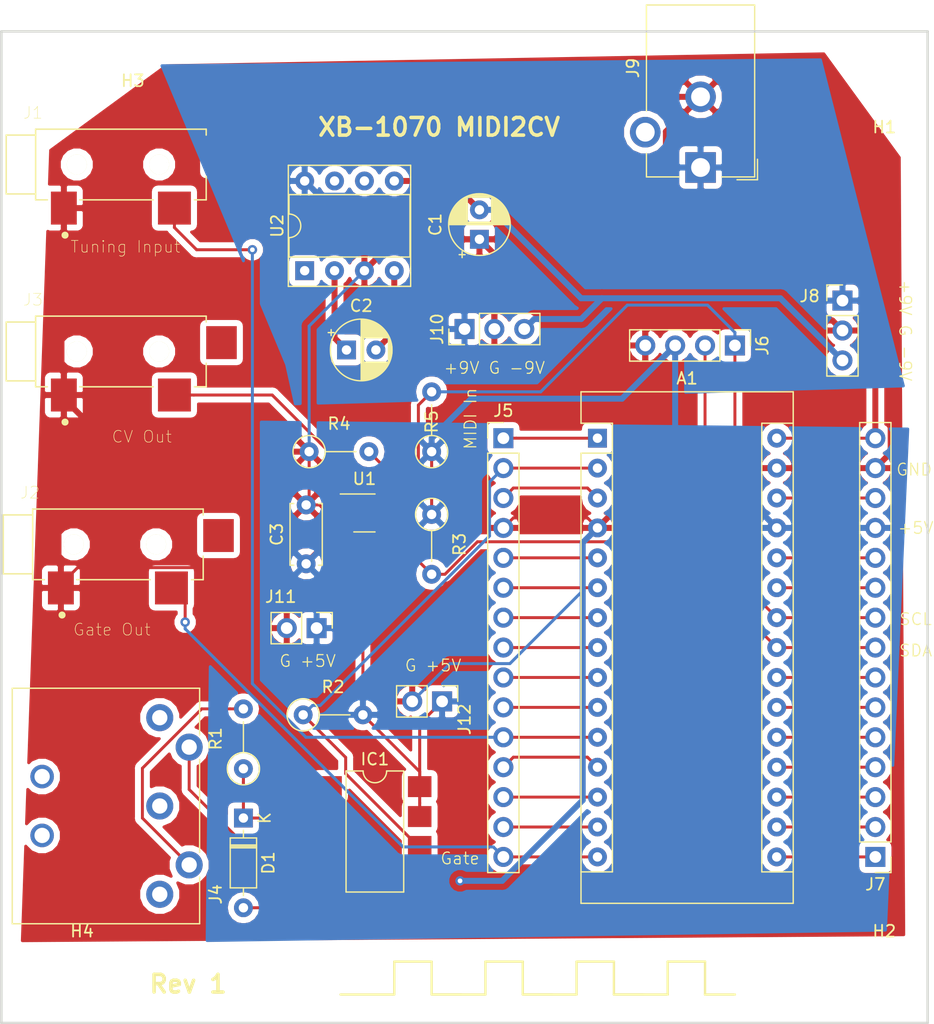
<source format=kicad_pcb>
(kicad_pcb (version 20171130) (host pcbnew "(5.0.1)-rc2")
  (layers (0 F.Cu signal) (31 B.Cu signal) (34 B.Paste user) (35 F.Paste user) (36 B.SilkS user) (37 F.SilkS user) (38 B.Mask user) (39 F.Mask user) (44 Edge.Cuts user))
  (net 0 "")
  (net 1 "Net-(A1-Pad1)")
  (net 2 "Net-(A1-Pad17)")
  (net 3 Midi_In)
  (net 4 "Net-(A1-Pad18)")
  (net 5 "Net-(A1-Pad28)")
  (net 6 "Net-(A1-Pad19)")
  (net 7 GND)
  (net 8 "Net-(A1-Pad20)")
  (net 9 "Net-(A1-Pad5)")
  (net 10 "Net-(A1-Pad21)")
  (net 11 "Net-(A1-Pad6)")
  (net 12 "Net-(A1-Pad22)")
  (net 13 "Net-(A1-Pad7)")
  (net 14 SDA)
  (net 15 "Net-(A1-Pad8)")
  (net 16 SCL)
  (net 17 "Net-(A1-Pad9)")
  (net 18 "Net-(A1-Pad25)")
  (net 19 "Net-(A1-Pad10)")
  (net 20 "Net-(A1-Pad26)")
  (net 21 Tune_In)
  (net 22 +5V)
  (net 23 "Net-(A1-Pad12)")
  (net 24 "Net-(A1-Pad13)")
  (net 25 "Net-(A1-Pad14)")
  (net 26 +9V)
  (net 27 GateOut)
  (net 28 "Net-(A1-Pad16)")
  (net 29 -9V)
  (net 30 "Net-(C2-Pad2)")
  (net 31 "Net-(C2-Pad1)")
  (net 32 "Net-(D1-Pad1)")
  (net 33 "Net-(D1-Pad2)")
  (net 34 "Net-(J4-Pad4)")
  (net 35 "Net-(R4-Pad2)")
  (net 36 CV_Out)
  (net 37 "Net-(U2-Pad1)")
  (net 38 "Net-(U2-Pad6)")
  (net 39 "Net-(U2-Pad7)")
  (net 40 "Net-(J4-Pad2)")
  (net 41 "Net-(J4-Pad1)")
  (net 42 "Net-(J4-Pad3)")
  (net 43 "Net-(A1-Pad3)")
  (net 44 "Net-(J3-PadTN)")
  (net 45 "Net-(J1-PadTN)")
  (net 46 "Net-(J2-PadTN)")
  (module MountingHole:MountingHole_3.2mm_M3_ISO7380 (layer F.Cu) (at 200.787 123.825)
    (fp_text reference H2 (at 0 -3.85) (layer F.SilkS))
    (fp_text value MountingHole)
    (pad 1 np_thru_hole circle (at 0 0) (size 3.2 3.2) (drill 3.2) (layers *.Cu *.Mask))
  )
  (module MountingHole:MountingHole_3.2mm_M3_ISO7380 (layer F.Cu) (at 200.787 47.244)
    (fp_text reference H1 (at 0 4.445) (layer F.SilkS))
    (fp_text value MountingHole)
    (pad 1 np_thru_hole circle (at 0 0) (size 3.2 3.2) (drill 3.2) (layers *.Cu *.Mask))
  )
  (module MountingHole:MountingHole_3.2mm_M3_ISO7380 (layer F.Cu) (at 132.588 123.825)
    (fp_text reference H4 (at 0 -3.85) (layer F.SilkS))
    (fp_text value MountingHole)
    (pad 1 np_thru_hole circle (at 0 0) (size 3.2 3.2) (drill 3.2) (layers *.Cu *.Mask))
  )
  (module MountingHole:MountingHole_3.2mm_M3_ISO7380 (layer F.Cu) (at 132.588 47.244)
    (fp_text reference H3 (at 4.318 0.508) (layer F.SilkS))
    (fp_text value MountingHole)
    (pad 1 np_thru_hole circle (at 0 0) (size 3.2 3.2) (drill 3.2) (layers *.Cu *.Mask))
  )
  (module Connector_PinHeader_2.54mm:PinHeader_1x02_P2.54mm_Vertical (layer F.Cu) (at 163.195 100.457 270)
    (fp_text reference J12 (at 1.524 -1.905 270) (layer F.SilkS))
    (fp_text value "+5V Out")
    (pad 2 thru_hole oval (at 0 2.54 270) (size 1.7 1.7) (drill 1) (layers *.Cu *.Mask) (net 7 GND))
    (pad 1 thru_hole rect (at 0 0 270) (size 1.7 1.7) (drill 1) (layers *.Cu *.Mask) (net 22 +5V))
  )
  (module Connector_PinHeader_2.54mm:PinHeader_1x02_P2.54mm_Vertical (layer F.Cu) (at 152.527 94.234 270)
    (fp_text reference J11 (at -2.667 3.048) (layer F.SilkS))
    (fp_text value "+5V Out")
    (pad 1 thru_hole rect (at 0 0 270) (size 1.7 1.7) (drill 1) (layers *.Cu *.Mask) (net 22 +5V))
    (pad 2 thru_hole oval (at 0 2.54 270) (size 1.7 1.7) (drill 1) (layers *.Cu *.Mask) (net 7 GND))
  )
  (module Connector_PinHeader_2.54mm:PinHeader_1x03_P2.54mm_Vertical (layer F.Cu) (at 165.1 68.834 90)
    (fp_text reference J10 (at 0 -2.33 90) (layer F.SilkS))
    (fp_text value "+-9v Out")
    (pad 1 thru_hole rect (at 0 0 90) (size 1.7 1.7) (drill 1) (layers *.Cu *.Mask) (net 26 +9V))
    (pad 2 thru_hole oval (at 0 2.54 90) (size 1.7 1.7) (drill 1) (layers *.Cu *.Mask) (net 7 GND))
    (pad 3 thru_hole oval (at 0 5.08 90) (size 1.7 1.7) (drill 1) (layers *.Cu *.Mask) (net 29 -9V))
  )
  (module Connector_BarrelJack:BarrelJack_CUI_PJ-102AH_Horizontal (layer F.Cu) (at 185.166 55.118 180)
    (fp_text reference J9 (at 5.75 8.45 270) (layer F.SilkS))
    (fp_text value Jack-DC)
    (pad 1 thru_hole rect (at 0 0 180) (size 2.6 2.6) (drill 1.6) (layers *.Cu *.Mask) (net 26 +9V))
    (pad 2 thru_hole circle (at 0 6 180) (size 2.6 2.6) (drill 1.6) (layers *.Cu *.Mask) (net 7 GND))
    (pad 3 thru_hole circle (at 4.7 3 180) (size 2.6 2.6) (drill 1.6) (layers *.Cu *.Mask))
  )
  (module midi2cv:SDS-50J (layer F.Cu) (at 139.192 116.84 90)
    (fp_text reference J4 (at 0 4.75 90) (layer F.SilkS))
    (fp_text value DIN-5_180degree)
    (pad 5 thru_hole circle (at 12.5 2.5 90) (size 2.3 2.3) (drill 1.3) (layers *.Cu *.Mask) (net 33 "Net-(D1-Pad2)"))
    (pad "" thru_hole circle (at 5 -10 90) (size 2 2) (drill 1.3) (layers *.Cu *.Mask))
    (pad 3 thru_hole circle (at 15 0 90) (size 2.3 2.3) (drill 1.3) (layers *.Cu *.Mask) (net 42 "Net-(J4-Pad3)"))
    (pad 2 thru_hole circle (at 7.5 0 90) (size 2.3 2.3) (drill 1.3) (layers *.Cu *.Mask) (net 40 "Net-(J4-Pad2)"))
    (pad 1 thru_hole circle (at 0 0 90) (size 2.3 2.3) (drill 1.3) (layers *.Cu *.Mask) (net 41 "Net-(J4-Pad1)"))
    (pad 4 thru_hole circle (at 2.5 2.5 90) (size 2.3 2.3) (drill 1.3) (layers *.Cu *.Mask) (net 34 "Net-(J4-Pad4)"))
    (pad "" thru_hole circle (at 10 -10 90) (size 2 2) (drill 1.3) (layers *.Cu *.Mask))
  )
  (module Module:Arduino_Nano (layer F.Cu) (at 176.403 78.105)
    (fp_text reference A1 (at 7.62 -5.08) (layer F.SilkS))
    (fp_text value Arduino_Nano_v3.x)
    (pad 1 thru_hole rect (at 0 0) (size 1.6 1.6) (drill 0.8) (layers *.Cu *.Mask) (net 1 "Net-(A1-Pad1)"))
    (pad 17 thru_hole oval (at 15.24 33.02) (size 1.6 1.6) (drill 0.8) (layers *.Cu *.Mask) (net 2 "Net-(A1-Pad17)"))
    (pad 2 thru_hole oval (at 0 2.54) (size 1.6 1.6) (drill 0.8) (layers *.Cu *.Mask) (net 3 Midi_In))
    (pad 18 thru_hole oval (at 15.24 30.48) (size 1.6 1.6) (drill 0.8) (layers *.Cu *.Mask) (net 4 "Net-(A1-Pad18)"))
    (pad 3 thru_hole oval (at 0 5.08) (size 1.6 1.6) (drill 0.8) (layers *.Cu *.Mask) (net 43 "Net-(A1-Pad3)"))
    (pad 19 thru_hole oval (at 15.24 27.94) (size 1.6 1.6) (drill 0.8) (layers *.Cu *.Mask) (net 6 "Net-(A1-Pad19)"))
    (pad 4 thru_hole oval (at 0 7.62) (size 1.6 1.6) (drill 0.8) (layers *.Cu *.Mask) (net 7 GND))
    (pad 20 thru_hole oval (at 15.24 25.4) (size 1.6 1.6) (drill 0.8) (layers *.Cu *.Mask) (net 8 "Net-(A1-Pad20)"))
    (pad 5 thru_hole oval (at 0 10.16) (size 1.6 1.6) (drill 0.8) (layers *.Cu *.Mask) (net 9 "Net-(A1-Pad5)"))
    (pad 21 thru_hole oval (at 15.24 22.86) (size 1.6 1.6) (drill 0.8) (layers *.Cu *.Mask) (net 10 "Net-(A1-Pad21)"))
    (pad 6 thru_hole oval (at 0 12.7) (size 1.6 1.6) (drill 0.8) (layers *.Cu *.Mask) (net 11 "Net-(A1-Pad6)"))
    (pad 22 thru_hole oval (at 15.24 20.32) (size 1.6 1.6) (drill 0.8) (layers *.Cu *.Mask) (net 12 "Net-(A1-Pad22)"))
    (pad 7 thru_hole oval (at 0 15.24) (size 1.6 1.6) (drill 0.8) (layers *.Cu *.Mask) (net 13 "Net-(A1-Pad7)"))
    (pad 23 thru_hole oval (at 15.24 17.78) (size 1.6 1.6) (drill 0.8) (layers *.Cu *.Mask) (net 14 SDA))
    (pad 8 thru_hole oval (at 0 17.78) (size 1.6 1.6) (drill 0.8) (layers *.Cu *.Mask) (net 15 "Net-(A1-Pad8)"))
    (pad 24 thru_hole oval (at 15.24 15.24) (size 1.6 1.6) (drill 0.8) (layers *.Cu *.Mask) (net 16 SCL))
    (pad 9 thru_hole oval (at 0 20.32) (size 1.6 1.6) (drill 0.8) (layers *.Cu *.Mask) (net 17 "Net-(A1-Pad9)"))
    (pad 25 thru_hole oval (at 15.24 12.7) (size 1.6 1.6) (drill 0.8) (layers *.Cu *.Mask) (net 18 "Net-(A1-Pad25)"))
    (pad 10 thru_hole oval (at 0 22.86) (size 1.6 1.6) (drill 0.8) (layers *.Cu *.Mask) (net 19 "Net-(A1-Pad10)"))
    (pad 26 thru_hole oval (at 15.24 10.16) (size 1.6 1.6) (drill 0.8) (layers *.Cu *.Mask) (net 20 "Net-(A1-Pad26)"))
    (pad 11 thru_hole oval (at 0 25.4) (size 1.6 1.6) (drill 0.8) (layers *.Cu *.Mask) (net 21 Tune_In))
    (pad 27 thru_hole oval (at 15.24 7.62) (size 1.6 1.6) (drill 0.8) (layers *.Cu *.Mask) (net 22 +5V))
    (pad 12 thru_hole oval (at 0 27.94) (size 1.6 1.6) (drill 0.8) (layers *.Cu *.Mask) (net 23 "Net-(A1-Pad12)"))
    (pad 28 thru_hole oval (at 15.24 5.08) (size 1.6 1.6) (drill 0.8) (layers *.Cu *.Mask) (net 5 "Net-(A1-Pad28)"))
    (pad 13 thru_hole oval (at 0 30.48) (size 1.6 1.6) (drill 0.8) (layers *.Cu *.Mask) (net 24 "Net-(A1-Pad13)"))
    (pad 29 thru_hole oval (at 15.24 2.54) (size 1.6 1.6) (drill 0.8) (layers *.Cu *.Mask) (net 7 GND))
    (pad 14 thru_hole oval (at 0 33.02) (size 1.6 1.6) (drill 0.8) (layers *.Cu *.Mask) (net 25 "Net-(A1-Pad14)"))
    (pad 30 thru_hole oval (at 15.24 0) (size 1.6 1.6) (drill 0.8) (layers *.Cu *.Mask) (net 26 +9V))
    (pad 15 thru_hole oval (at 0 35.56) (size 1.6 1.6) (drill 0.8) (layers *.Cu *.Mask) (net 27 GateOut))
    (pad 16 thru_hole oval (at 15.24 35.56) (size 1.6 1.6) (drill 0.8) (layers *.Cu *.Mask) (net 28 "Net-(A1-Pad16)"))
  )
  (module Capacitor_THT:CP_Radial_D5.0mm_P2.50mm (layer F.Cu) (at 166.37 61.214 90)
    (fp_text reference C1 (at 1.25 -3.75 90) (layer F.SilkS))
    (fp_text value 10uF)
    (pad 1 thru_hole rect (at 0 0 90) (size 1.6 1.6) (drill 0.8) (layers *.Cu *.Mask) (net 7 GND))
    (pad 2 thru_hole circle (at 2.5 0 90) (size 1.6 1.6) (drill 0.8) (layers *.Cu *.Mask) (net 29 -9V))
  )
  (module Capacitor_THT:CP_Radial_D5.0mm_P2.50mm (layer F.Cu) (at 155.067 70.612)
    (fp_text reference C2 (at 1.25 -3.75) (layer F.SilkS))
    (fp_text value 10uF)
    (pad 2 thru_hole circle (at 2.5 0) (size 1.6 1.6) (drill 0.8) (layers *.Cu *.Mask) (net 30 "Net-(C2-Pad2)"))
    (pad 1 thru_hole rect (at 0 0) (size 1.6 1.6) (drill 0.8) (layers *.Cu *.Mask) (net 31 "Net-(C2-Pad1)"))
  )
  (module Capacitor_THT:C_Disc_D5.0mm_W2.5mm_P5.00mm (layer F.Cu) (at 151.638 88.773 90)
    (fp_text reference C3 (at 2.5 -2.5 90) (layer F.SilkS))
    (fp_text value 1uF)
    (pad 1 thru_hole circle (at 0 0 90) (size 1.6 1.6) (drill 0.8) (layers *.Cu *.Mask) (net 22 +5V))
    (pad 2 thru_hole circle (at 5 0 90) (size 1.6 1.6) (drill 0.8) (layers *.Cu *.Mask) (net 7 GND))
  )
  (module Diode_THT:D_DO-35_SOD27_P7.62mm_Horizontal (layer F.Cu) (at 146.304 110.363 270)
    (fp_text reference D1 (at 3.81 -2.12 270) (layer F.SilkS))
    (fp_text value Diode)
    (fp_text user K (at 0 -1.8 270) (layer F.SilkS))
    (pad 1 thru_hole rect (at 0 0 270) (size 1.6 1.6) (drill 0.8) (layers *.Cu *.Mask) (net 32 "Net-(D1-Pad1)"))
    (pad 2 thru_hole oval (at 7.62 0 270) (size 1.6 1.6) (drill 0.8) (layers *.Cu *.Mask) (net 33 "Net-(D1-Pad2)"))
  )
  (module Package_DIP:SMDIP-8_W7.62mm (layer F.Cu) (at 157.48 111.506)
    (fp_text reference IC1 (at 0 -6.14) (layer F.SilkS))
    (fp_text value 6N137)
    (pad 1 smd rect (at -3.81 -3.81) (size 2 1.78) (layers F.Cu F.Paste F.Mask))
    (pad 5 smd rect (at 3.81 3.81) (size 2 1.78) (layers F.Cu F.Paste F.Mask) (net 7 GND))
    (pad 2 smd rect (at -3.81 -1.27) (size 2 1.78) (layers F.Cu F.Paste F.Mask) (net 32 "Net-(D1-Pad1)"))
    (pad 6 smd rect (at 3.81 1.27) (size 2 1.78) (layers F.Cu F.Paste F.Mask) (net 3 Midi_In))
    (pad 3 smd rect (at -3.81 1.27) (size 2 1.78) (layers F.Cu F.Paste F.Mask) (net 33 "Net-(D1-Pad2)"))
    (pad 7 smd rect (at 3.81 -1.27) (size 2 1.78) (layers F.Cu F.Paste F.Mask) (net 22 +5V))
    (pad 4 smd rect (at -3.81 3.81) (size 2 1.78) (layers F.Cu F.Paste F.Mask))
    (pad 8 smd rect (at 3.81 -3.81) (size 2 1.78) (layers F.Cu F.Paste F.Mask) (net 22 +5V))
  )
  (module SJ2-3592B-SMT-TR:CUI_SJ2-3592B-SMT-TR (layer F.Cu) (at 135.89 54.864)
    (fp_text reference J1 (at -7.47446 -4.39352) (layer F.SilkS) (effects (font (size 1.00194 1.00194) (thickness 0.05))))
    (fp_text value "Tuning Input" (at 0.381 6.985) (layer F.SilkS) (effects (font (size 1.00016 1.00016) (thickness 0.05))))
    (pad Hole np_thru_hole circle (at 3.25 0) (size 1.7 1.7) (drill 1.7) (layers *.Cu *.Mask F.SilkS))
    (pad Hole np_thru_hole circle (at -3.75 0) (size 1.7 1.7) (drill 1.7) (layers *.Cu *.Mask F.SilkS))
    (pad TN smd rect (at 8.55 -0.75) (size 2.6 2.8) (layers F.Cu F.Paste F.Mask) (net 45 "Net-(J1-PadTN)"))
    (pad T smd rect (at 4.55 3.7) (size 2.8 2.8) (layers F.Cu F.Paste F.Mask) (net 21 Tune_In))
    (pad S smd rect (at -4.85 3.7) (size 2.2 2.8) (layers F.Cu F.Paste F.Mask) (net 7 GND))
  )
  (module SJ2-3592B-SMT-TR:CUI_SJ2-3592B-SMT-TR (layer F.Cu) (at 135.636 87.122)
    (fp_text reference J2 (at -7.47446 -4.39352) (layer F.SilkS) (effects (font (size 1.00194 1.00194) (thickness 0.05))))
    (fp_text value "Gate Out" (at -0.508 7.239) (layer F.SilkS) (effects (font (size 1.00016 1.00016) (thickness 0.05))))
    (pad S smd rect (at -4.85 3.7) (size 2.2 2.8) (layers F.Cu F.Paste F.Mask) (net 7 GND))
    (pad T smd rect (at 4.55 3.7) (size 2.8 2.8) (layers F.Cu F.Paste F.Mask) (net 27 GateOut))
    (pad TN smd rect (at 8.55 -0.75) (size 2.6 2.8) (layers F.Cu F.Paste F.Mask) (net 46 "Net-(J2-PadTN)"))
    (pad Hole np_thru_hole circle (at -3.75 0) (size 1.7 1.7) (drill 1.7) (layers *.Cu *.Mask F.SilkS))
    (pad Hole np_thru_hole circle (at 3.25 0) (size 1.7 1.7) (drill 1.7) (layers *.Cu *.Mask F.SilkS))
  )
  (module SJ2-3592B-SMT-TR:CUI_SJ2-3592B-SMT-TR (layer F.Cu) (at 135.89 70.739)
    (fp_text reference J3 (at -7.47446 -4.39352) (layer F.SilkS) (effects (font (size 1.00194 1.00194) (thickness 0.05))))
    (fp_text value "CV Out" (at 1.778 7.239) (layer F.SilkS) (effects (font (size 1.00016 1.00016) (thickness 0.05))))
    (pad S smd rect (at -4.85 3.7) (size 2.2 2.8) (layers F.Cu F.Paste F.Mask) (net 7 GND))
    (pad T smd rect (at 4.55 3.7) (size 2.8 2.8) (layers F.Cu F.Paste F.Mask) (net 36 CV_Out))
    (pad TN smd rect (at 8.55 -0.75) (size 2.6 2.8) (layers F.Cu F.Paste F.Mask) (net 44 "Net-(J3-PadTN)"))
    (pad Hole np_thru_hole circle (at -3.75 0) (size 1.7 1.7) (drill 1.7) (layers *.Cu *.Mask F.SilkS))
    (pad Hole np_thru_hole circle (at 3.25 0) (size 1.7 1.7) (drill 1.7) (layers *.Cu *.Mask F.SilkS))
  )
  (module Connector_PinHeader_2.54mm:PinHeader_1x15_P2.54mm_Vertical (layer F.Cu) (at 168.402 78.105)
    (fp_text reference J5 (at 0 -2.33) (layer F.SilkS))
    (fp_text value Conn_01x15_Female)
    (pad 15 thru_hole oval (at 0 35.56) (size 1.7 1.7) (drill 1) (layers *.Cu *.Mask) (net 27 GateOut))
    (pad 14 thru_hole oval (at 0 33.02) (size 1.7 1.7) (drill 1) (layers *.Cu *.Mask) (net 25 "Net-(A1-Pad14)"))
    (pad 13 thru_hole oval (at 0 30.48) (size 1.7 1.7) (drill 1) (layers *.Cu *.Mask) (net 24 "Net-(A1-Pad13)"))
    (pad 12 thru_hole oval (at 0 27.94) (size 1.7 1.7) (drill 1) (layers *.Cu *.Mask) (net 23 "Net-(A1-Pad12)"))
    (pad 11 thru_hole oval (at 0 25.4) (size 1.7 1.7) (drill 1) (layers *.Cu *.Mask) (net 21 Tune_In))
    (pad 10 thru_hole oval (at 0 22.86) (size 1.7 1.7) (drill 1) (layers *.Cu *.Mask) (net 19 "Net-(A1-Pad10)"))
    (pad 9 thru_hole oval (at 0 20.32) (size 1.7 1.7) (drill 1) (layers *.Cu *.Mask) (net 17 "Net-(A1-Pad9)"))
    (pad 8 thru_hole oval (at 0 17.78) (size 1.7 1.7) (drill 1) (layers *.Cu *.Mask) (net 15 "Net-(A1-Pad8)"))
    (pad 7 thru_hole oval (at 0 15.24) (size 1.7 1.7) (drill 1) (layers *.Cu *.Mask) (net 13 "Net-(A1-Pad7)"))
    (pad 6 thru_hole oval (at 0 12.7) (size 1.7 1.7) (drill 1) (layers *.Cu *.Mask) (net 11 "Net-(A1-Pad6)"))
    (pad 5 thru_hole oval (at 0 10.16) (size 1.7 1.7) (drill 1) (layers *.Cu *.Mask) (net 9 "Net-(A1-Pad5)"))
    (pad 4 thru_hole oval (at 0 7.62) (size 1.7 1.7) (drill 1) (layers *.Cu *.Mask) (net 7 GND))
    (pad 3 thru_hole oval (at 0 5.08) (size 1.7 1.7) (drill 1) (layers *.Cu *.Mask) (net 43 "Net-(A1-Pad3)"))
    (pad 2 thru_hole oval (at 0 2.54) (size 1.7 1.7) (drill 1) (layers *.Cu *.Mask) (net 3 Midi_In))
    (pad 1 thru_hole rect (at 0 0) (size 1.7 1.7) (drill 1) (layers *.Cu *.Mask) (net 1 "Net-(A1-Pad1)"))
  )
  (module Connector_PinHeader_2.54mm:PinHeader_1x04_P2.54mm_Vertical (layer F.Cu) (at 188.087 70.231 270)
    (fp_text reference J6 (at 0 -2.33 270) (layer F.SilkS))
    (fp_text value "i2c LCD")
    (pad 1 thru_hole rect (at 0 0 270) (size 1.7 1.7) (drill 1) (layers *.Cu *.Mask) (net 16 SCL))
    (pad 2 thru_hole oval (at 0 2.54 270) (size 1.7 1.7) (drill 1) (layers *.Cu *.Mask) (net 14 SDA))
    (pad 3 thru_hole oval (at 0 5.08 270) (size 1.7 1.7) (drill 1) (layers *.Cu *.Mask) (net 22 +5V))
    (pad 4 thru_hole oval (at 0 7.62 270) (size 1.7 1.7) (drill 1) (layers *.Cu *.Mask) (net 7 GND))
  )
  (module Connector_PinHeader_2.54mm:PinHeader_1x15_P2.54mm_Vertical (layer F.Cu) (at 200.025 113.665 180)
    (fp_text reference J7 (at 0 -2.33 180) (layer F.SilkS))
    (fp_text value Conn_01x15_Female)
    (pad 1 thru_hole rect (at 0 0 180) (size 1.7 1.7) (drill 1) (layers *.Cu *.Mask) (net 28 "Net-(A1-Pad16)"))
    (pad 2 thru_hole oval (at 0 2.54 180) (size 1.7 1.7) (drill 1) (layers *.Cu *.Mask) (net 2 "Net-(A1-Pad17)"))
    (pad 3 thru_hole oval (at 0 5.08 180) (size 1.7 1.7) (drill 1) (layers *.Cu *.Mask) (net 4 "Net-(A1-Pad18)"))
    (pad 4 thru_hole oval (at 0 7.62 180) (size 1.7 1.7) (drill 1) (layers *.Cu *.Mask) (net 6 "Net-(A1-Pad19)"))
    (pad 5 thru_hole oval (at 0 10.16 180) (size 1.7 1.7) (drill 1) (layers *.Cu *.Mask) (net 8 "Net-(A1-Pad20)"))
    (pad 6 thru_hole oval (at 0 12.7 180) (size 1.7 1.7) (drill 1) (layers *.Cu *.Mask) (net 10 "Net-(A1-Pad21)"))
    (pad 7 thru_hole oval (at 0 15.24 180) (size 1.7 1.7) (drill 1) (layers *.Cu *.Mask) (net 12 "Net-(A1-Pad22)"))
    (pad 8 thru_hole oval (at 0 17.78 180) (size 1.7 1.7) (drill 1) (layers *.Cu *.Mask) (net 14 SDA))
    (pad 9 thru_hole oval (at 0 20.32 180) (size 1.7 1.7) (drill 1) (layers *.Cu *.Mask) (net 16 SCL))
    (pad 10 thru_hole oval (at 0 22.86 180) (size 1.7 1.7) (drill 1) (layers *.Cu *.Mask) (net 18 "Net-(A1-Pad25)"))
    (pad 11 thru_hole oval (at 0 25.4 180) (size 1.7 1.7) (drill 1) (layers *.Cu *.Mask) (net 20 "Net-(A1-Pad26)"))
    (pad 12 thru_hole oval (at 0 27.94 180) (size 1.7 1.7) (drill 1) (layers *.Cu *.Mask) (net 22 +5V))
    (pad 13 thru_hole oval (at 0 30.48 180) (size 1.7 1.7) (drill 1) (layers *.Cu *.Mask) (net 5 "Net-(A1-Pad28)"))
    (pad 14 thru_hole oval (at 0 33.02 180) (size 1.7 1.7) (drill 1) (layers *.Cu *.Mask) (net 7 GND))
    (pad 15 thru_hole oval (at 0 35.56 180) (size 1.7 1.7) (drill 1) (layers *.Cu *.Mask) (net 26 +9V))
  )
  (module Connector_PinHeader_2.54mm:PinHeader_1x03_P2.54mm_Vertical (layer F.Cu) (at 197.231 66.421)
    (fp_text reference J8 (at -2.794 -0.381) (layer F.SilkS))
    (fp_text value "+-9v Out")
    (pad 1 thru_hole rect (at 0 0) (size 1.7 1.7) (drill 1) (layers *.Cu *.Mask) (net 26 +9V))
    (pad 2 thru_hole oval (at 0 2.54) (size 1.7 1.7) (drill 1) (layers *.Cu *.Mask) (net 7 GND))
    (pad 3 thru_hole oval (at 0 5.08) (size 1.7 1.7) (drill 1) (layers *.Cu *.Mask) (net 29 -9V))
  )
  (module Resistor_THT:R_Axial_DIN0207_L6.3mm_D2.5mm_P5.08mm_Vertical (layer F.Cu) (at 146.304 106.172 90)
    (fp_text reference R1 (at 2.54 -2.37 90) (layer F.SilkS))
    (fp_text value 220R)
    (pad 1 thru_hole circle (at 0 0 90) (size 1.6 1.6) (drill 0.8) (layers *.Cu *.Mask) (net 32 "Net-(D1-Pad1)"))
    (pad 2 thru_hole oval (at 5.08 0 90) (size 1.6 1.6) (drill 0.8) (layers *.Cu *.Mask) (net 34 "Net-(J4-Pad4)"))
  )
  (module Resistor_THT:R_Axial_DIN0207_L6.3mm_D2.5mm_P5.08mm_Vertical (layer F.Cu) (at 151.384 101.6)
    (fp_text reference R2 (at 2.54 -2.37) (layer F.SilkS))
    (fp_text value 8.2K)
    (pad 1 thru_hole circle (at 0 0) (size 1.6 1.6) (drill 0.8) (layers *.Cu *.Mask) (net 3 Midi_In))
    (pad 2 thru_hole oval (at 5.08 0) (size 1.6 1.6) (drill 0.8) (layers *.Cu *.Mask) (net 22 +5V))
  )
  (module Resistor_THT:R_Axial_DIN0207_L6.3mm_D2.5mm_P5.08mm_Vertical (layer F.Cu) (at 162.306 84.582 270)
    (fp_text reference R3 (at 2.54 -2.37 270) (layer F.SilkS))
    (fp_text value 10K)
    (pad 1 thru_hole circle (at 0 0 270) (size 1.6 1.6) (drill 0.8) (layers *.Cu *.Mask) (net 22 +5V))
    (pad 2 thru_hole oval (at 5.08 0 270) (size 1.6 1.6) (drill 0.8) (layers *.Cu *.Mask) (net 14 SDA))
  )
  (module Resistor_THT:R_Axial_DIN0207_L6.3mm_D2.5mm_P5.08mm_Vertical (layer F.Cu) (at 151.892 79.248)
    (fp_text reference R4 (at 2.54 -2.37) (layer F.SilkS))
    (fp_text value 10K)
    (pad 2 thru_hole oval (at 5.08 0) (size 1.6 1.6) (drill 0.8) (layers *.Cu *.Mask) (net 35 "Net-(R4-Pad2)"))
    (pad 1 thru_hole circle (at 0 0) (size 1.6 1.6) (drill 0.8) (layers *.Cu *.Mask) (net 7 GND))
  )
  (module Resistor_THT:R_Axial_DIN0207_L6.3mm_D2.5mm_P5.08mm_Vertical (layer F.Cu) (at 162.306 79.248 90)
    (fp_text reference R5 (at 2.54 0 90) (layer F.SilkS))
    (fp_text value 10K)
    (pad 2 thru_hole oval (at 5.08 0 90) (size 1.6 1.6) (drill 0.8) (layers *.Cu *.Mask) (net 16 SCL))
    (pad 1 thru_hole circle (at 0 0 90) (size 1.6 1.6) (drill 0.8) (layers *.Cu *.Mask) (net 22 +5V))
  )
  (module Package_TO_SOT_SMD:SOT-23-6_Handsoldering (layer F.Cu) (at 156.591 84.455)
    (fp_text reference U1 (at 0 -2.9) (layer F.SilkS))
    (fp_text value DAC_MCP4725)
    (pad 1 smd rect (at -1.35 -0.95) (size 1.56 0.65) (layers F.Cu F.Paste F.Mask) (net 36 CV_Out))
    (pad 2 smd rect (at -1.35 0) (size 1.56 0.65) (layers F.Cu F.Paste F.Mask) (net 7 GND))
    (pad 3 smd rect (at -1.35 0.95) (size 1.56 0.65) (layers F.Cu F.Paste F.Mask) (net 22 +5V))
    (pad 4 smd rect (at 1.35 0.95) (size 1.56 0.65) (layers F.Cu F.Paste F.Mask) (net 14 SDA))
    (pad 6 smd rect (at 1.35 -0.95) (size 1.56 0.65) (layers F.Cu F.Paste F.Mask) (net 35 "Net-(R4-Pad2)"))
    (pad 5 smd rect (at 1.35 0) (size 1.56 0.65) (layers F.Cu F.Paste F.Mask) (net 16 SCL))
  )
  (module Package_DIP:DIP-8_W7.62mm_Socket (layer F.Cu) (at 151.511 63.881 90)
    (fp_text reference U2 (at 3.81 -2.33 90) (layer F.SilkS))
    (fp_text value LTC1044)
    (pad 1 thru_hole rect (at 0 0 90) (size 1.6 1.6) (drill 0.8) (layers *.Cu *.Mask) (net 37 "Net-(U2-Pad1)"))
    (pad 5 thru_hole oval (at 7.62 7.62 90) (size 1.6 1.6) (drill 0.8) (layers *.Cu *.Mask) (net 29 -9V))
    (pad 2 thru_hole oval (at 0 2.54 90) (size 1.6 1.6) (drill 0.8) (layers *.Cu *.Mask) (net 31 "Net-(C2-Pad1)"))
    (pad 6 thru_hole oval (at 7.62 5.08 90) (size 1.6 1.6) (drill 0.8) (layers *.Cu *.Mask) (net 38 "Net-(U2-Pad6)"))
    (pad 3 thru_hole oval (at 0 5.08 90) (size 1.6 1.6) (drill 0.8) (layers *.Cu *.Mask) (net 7 GND))
    (pad 7 thru_hole oval (at 7.62 2.54 90) (size 1.6 1.6) (drill 0.8) (layers *.Cu *.Mask) (net 39 "Net-(U2-Pad7)"))
    (pad 4 thru_hole oval (at 0 7.62 90) (size 1.6 1.6) (drill 0.8) (layers *.Cu *.Mask) (net 30 "Net-(C2-Pad2)"))
    (pad 8 thru_hole oval (at 7.62 0 90) (size 1.6 1.6) (drill 0.8) (layers *.Cu *.Mask) (net 26 +9V))
  )
  (gr_line (start 177.8 125.349) (end 182.372 125.349) (layer F.SilkS) (width 0.2))
  (gr_line (start 185.547 125.349) (end 188.087 125.349) (layer F.SilkS) (width 0.2))
  (gr_line (start 182.372 122.555) (end 185.547 122.555) (layer F.SilkS) (width 0.2))
  (gr_line (start 185.547 122.555) (end 185.547 125.349) (layer F.SilkS) (width 0.2))
  (gr_line (start 182.372 125.349) (end 182.372 122.555) (layer F.SilkS) (width 0.2))
  (gr_line (start 174.625 125.349) (end 174.625 122.555) (layer F.SilkS) (width 0.2))
  (gr_line (start 170.053 125.349) (end 174.625 125.349) (layer F.SilkS) (width 0.2))
  (gr_line (start 177.8 125.349) (end 180.34 125.349) (layer F.SilkS) (width 0.2))
  (gr_line (start 177.8 122.555) (end 177.8 125.349) (layer F.SilkS) (width 0.2))
  (gr_line (start 174.625 122.555) (end 177.8 122.555) (layer F.SilkS) (width 0.2))
  (gr_line (start 166.878 122.555) (end 170.053 122.555) (layer F.SilkS) (width 0.2))
  (gr_line (start 166.878 125.349) (end 166.878 122.555) (layer F.SilkS) (width 0.2))
  (gr_line (start 162.306 125.349) (end 166.878 125.349) (layer F.SilkS) (width 0.2))
  (gr_line (start 170.053 122.555) (end 170.053 125.349) (layer F.SilkS) (width 0.2))
  (gr_line (start 170.053 125.349) (end 172.593 125.349) (layer F.SilkS) (width 0.2))
  (gr_line (start 162.306 125.349) (end 164.846 125.349) (layer F.SilkS) (width 0.2))
  (gr_line (start 162.306 122.555) (end 162.306 125.349) (layer F.SilkS) (width 0.2))
  (gr_line (start 159.131 122.555) (end 162.306 122.555) (layer F.SilkS) (width 0.2))
  (gr_line (start 159.131 125.349) (end 159.131 122.555) (layer F.SilkS) (width 0.2))
  (gr_line (start 154.559 125.349) (end 159.131 125.349) (layer F.SilkS) (width 0.2))
  (gr_text "Rev 1" (at 141.605 124.46) (layer F.SilkS) (effects (font (size 1.5 1.5) (thickness 0.3))))
  (gr_line (start 204.47 43.561) (end 125.73 43.561) (layer Edge.Cuts) (width 0.2))
  (gr_line (start 204.47 127.762) (end 204.47 43.561) (layer Edge.Cuts) (width 0.2))
  (gr_line (start 125.73 127.762) (end 204.47 127.762) (layer Edge.Cuts) (width 0.2))
  (gr_line (start 125.73 43.561) (end 125.73 127.762) (layer Edge.Cuts) (width 0.2))
  (gr_text "XB-1070 MIDI2CV" (at 162.941 51.689) (layer F.SilkS) (effects (font (size 1.5 1.5) (thickness 0.3))))
  (gr_text "+9V G -9V" (at 167.64 72.136) (layer F.SilkS) (effects (font (size 1 1) (thickness 0.1))))
  (gr_text "G +5V" (at 151.765 97.028) (layer F.SilkS) (effects (font (size 1 1) (thickness 0.1))))
  (gr_text "G +5V" (at 162.433 97.409) (layer F.SilkS) (effects (font (size 1 1) (thickness 0.1))))
  (gr_text "MIDI In" (at 165.608 76.454 90) (layer F.SilkS) (effects (font (size 1 1) (thickness 0.1))))
  (gr_text Gate (at 164.719 113.792) (layer F.SilkS) (effects (font (size 1 1) (thickness 0.1))))
  (gr_text GND (at 203.327 80.772) (layer F.SilkS) (effects (font (size 1 1) (thickness 0.1))))
  (gr_text +5V (at 203.454 85.725) (layer F.SilkS) (effects (font (size 1 1) (thickness 0.1))))
  (gr_text SDA (at 203.454 96.139) (layer F.SilkS) (effects (font (size 1 1) (thickness 0.1))))
  (gr_text SCL (at 203.454 93.472) (layer F.SilkS) (effects (font (size 1 1) (thickness 0.1))))
  (gr_text "+9V G -9V" (at 202.565 68.961 270) (layer F.SilkS) (effects (font (size 1 1) (thickness 0.1))))
  (segment (start 169.502 78.105) (end 176.403 78.105) (width 0.25) (layer F.Cu) (net 1))
  (segment (start 168.402 78.105) (end 169.502 78.105) (width 0.25) (layer F.Cu) (net 1))
  (segment (start 198.822919 111.125) (end 191.643 111.125) (width 0.25) (layer F.Cu) (net 2))
  (segment (start 200.025 111.125) (end 198.822919 111.125) (width 0.25) (layer F.Cu) (net 2))
  (segment (start 176.403 80.645) (end 168.402 80.645) (width 0.25) (layer F.Cu) (net 3))
  (segment (start 161.18 112.776) (end 161.29 112.776) (width 0.254) (layer F.Cu) (net 3))
  (segment (start 154.997001 106.593001) (end 161.18 112.776) (width 0.254) (layer F.Cu) (net 3))
  (segment (start 154.997001 105.213001) (end 154.997001 106.593001) (width 0.254) (layer F.Cu) (net 3))
  (segment (start 151.384 101.6) (end 154.997001 105.213001) (width 0.254) (layer F.Cu) (net 3))
  (segment (start 167.552001 81.494999) (end 168.402 80.645) (width 0.254) (layer B.Cu) (net 3))
  (segment (start 167.224999 81.822001) (end 167.552001 81.494999) (width 0.254) (layer B.Cu) (net 3))
  (segment (start 167.224999 86.410963) (end 167.224999 81.822001) (width 0.254) (layer B.Cu) (net 3))
  (segment (start 152.835961 100.800001) (end 167.224999 86.410963) (width 0.254) (layer B.Cu) (net 3))
  (segment (start 152.183999 100.800001) (end 152.835961 100.800001) (width 0.254) (layer B.Cu) (net 3))
  (segment (start 151.384 101.6) (end 152.183999 100.800001) (width 0.254) (layer B.Cu) (net 3))
  (segment (start 191.643 108.585) (end 200.025 108.585) (width 0.25) (layer F.Cu) (net 4))
  (segment (start 191.643 83.185) (end 200.025 83.185) (width 0.25) (layer F.Cu) (net 5))
  (segment (start 198.822919 106.045) (end 191.643 106.045) (width 0.25) (layer F.Cu) (net 6))
  (segment (start 200.025 106.045) (end 198.822919 106.045) (width 0.25) (layer F.Cu) (net 6))
  (segment (start 175.603001 84.925001) (end 176.403 85.725) (width 0.25) (layer F.Cu) (net 7))
  (segment (start 175.553001 84.875001) (end 175.603001 84.925001) (width 0.25) (layer F.Cu) (net 7))
  (segment (start 169.251999 84.875001) (end 175.553001 84.875001) (width 0.25) (layer F.Cu) (net 7))
  (segment (start 168.402 85.725) (end 169.251999 84.875001) (width 0.25) (layer F.Cu) (net 7))
  (segment (start 198.822919 80.645) (end 191.643 80.645) (width 0.25) (layer F.Cu) (net 7))
  (segment (start 200.025 80.645) (end 198.822919 80.645) (width 0.25) (layer F.Cu) (net 7))
  (segment (start 196.381001 68.111001) (end 197.231 68.961) (width 0.508) (layer F.Cu) (net 7))
  (segment (start 186.994799 68.111001) (end 196.381001 68.111001) (width 0.508) (layer F.Cu) (net 7))
  (segment (start 181.760999 62.877201) (end 186.994799 68.111001) (width 0.508) (layer F.Cu) (net 7))
  (segment (start 154.207 84.455) (end 155.241 84.455) (width 0.254) (layer F.Cu) (net 7))
  (segment (start 153.45137 84.455) (end 154.207 84.455) (width 0.254) (layer F.Cu) (net 7))
  (segment (start 152.76937 83.773) (end 153.45137 84.455) (width 0.254) (layer F.Cu) (net 7))
  (segment (start 151.638 83.773) (end 152.76937 83.773) (width 0.254) (layer F.Cu) (net 7))
  (segment (start 201.329001 79.340999) (end 201.329001 68.159725) (width 0.508) (layer F.Cu) (net 7))
  (segment (start 200.025 80.645) (end 201.329001 79.340999) (width 0.508) (layer F.Cu) (net 7))
  (segment (start 159.258 61.214) (end 166.37 61.214) (width 0.508) (layer F.Cu) (net 7))
  (segment (start 156.591 63.881) (end 159.258 61.214) (width 0.508) (layer F.Cu) (net 7))
  (segment (start 181.760999 67.73492) (end 181.760999 62.877201) (width 0.508) (layer F.Cu) (net 7))
  (segment (start 180.467 69.028919) (end 181.760999 67.73492) (width 0.508) (layer F.Cu) (net 7))
  (segment (start 180.467 70.231) (end 180.467 69.028919) (width 0.508) (layer F.Cu) (net 7))
  (segment (start 180.467 81.661) (end 176.403 85.725) (width 0.508) (layer F.Cu) (net 7))
  (segment (start 180.467 70.231) (end 180.467 81.661) (width 0.508) (layer F.Cu) (net 7))
  (segment (start 175.148999 108.847923) (end 168.299922 115.697) (width 0.508) (layer B.Cu) (net 7))
  (segment (start 176.403 85.725) (end 175.148999 86.979001) (width 0.508) (layer B.Cu) (net 7))
  (segment (start 168.299922 115.697) (end 164.719 115.697) (width 0.508) (layer B.Cu) (net 7))
  (segment (start 164.719 115.697) (end 164.719 115.697) (width 0.508) (layer B.Cu) (net 7))
  (via (at 164.719 115.697) (size 0.8) (drill 0.4) (layers F.Cu B.Cu) (net 7))
  (segment (start 164.338 115.316) (end 164.719 115.697) (width 0.508) (layer F.Cu) (net 7))
  (segment (start 161.29 115.316) (end 164.338 115.316) (width 0.508) (layer F.Cu) (net 7))
  (segment (start 151.892 83.519) (end 151.638 83.773) (width 0.254) (layer F.Cu) (net 7))
  (segment (start 151.892 79.248) (end 151.892 83.519) (width 0.254) (layer F.Cu) (net 7))
  (segment (start 151.892 68.58) (end 151.892 79.248) (width 0.254) (layer B.Cu) (net 7))
  (segment (start 156.591 63.881) (end 151.892 68.58) (width 0.254) (layer B.Cu) (net 7))
  (segment (start 131.04 76.347) (end 131.04 74.439) (width 0.508) (layer F.Cu) (net 7))
  (segment (start 130.581999 76.805001) (end 131.04 76.347) (width 0.508) (layer F.Cu) (net 7))
  (segment (start 130.581999 88.709999) (end 130.581999 76.805001) (width 0.508) (layer F.Cu) (net 7))
  (segment (start 130.786 88.914) (end 130.581999 88.709999) (width 0.508) (layer F.Cu) (net 7))
  (segment (start 130.786 90.822) (end 130.786 88.914) (width 0.508) (layer F.Cu) (net 7))
  (segment (start 131.04 60.472) (end 131.04 58.564) (width 0.508) (layer F.Cu) (net 7))
  (segment (start 130.835999 60.676001) (end 131.04 60.472) (width 0.508) (layer F.Cu) (net 7))
  (segment (start 130.835999 72.326999) (end 130.835999 60.676001) (width 0.508) (layer F.Cu) (net 7))
  (segment (start 131.04 72.531) (end 130.835999 72.326999) (width 0.508) (layer F.Cu) (net 7))
  (segment (start 131.04 74.439) (end 131.04 72.531) (width 0.508) (layer F.Cu) (net 7))
  (segment (start 131.04 74.739) (end 131.04 74.439) (width 0.508) (layer F.Cu) (net 7))
  (segment (start 135.549 79.248) (end 131.04 74.739) (width 0.508) (layer F.Cu) (net 7))
  (segment (start 151.892 79.248) (end 135.549 79.248) (width 0.508) (layer F.Cu) (net 7))
  (segment (start 149.225 86.186) (end 151.638 83.773) (width 0.254) (layer F.Cu) (net 7))
  (segment (start 149.225 92.329) (end 149.225 86.186) (width 0.254) (layer F.Cu) (net 7))
  (segment (start 148.375001 91.479001) (end 149.225 92.329) (width 0.254) (layer F.Cu) (net 7))
  (segment (start 145.990999 89.094999) (end 148.375001 91.479001) (width 0.254) (layer F.Cu) (net 7))
  (segment (start 132.213001 89.094999) (end 145.990999 89.094999) (width 0.254) (layer F.Cu) (net 7))
  (segment (start 130.786 90.522) (end 132.213001 89.094999) (width 0.254) (layer F.Cu) (net 7))
  (segment (start 130.786 90.822) (end 130.786 90.522) (width 0.254) (layer F.Cu) (net 7))
  (segment (start 168.96 97.247999) (end 175.148999 91.059) (width 0.254) (layer B.Cu) (net 7))
  (segment (start 163.864001 97.247999) (end 168.96 97.247999) (width 0.254) (layer B.Cu) (net 7))
  (segment (start 160.655 100.457) (end 163.864001 97.247999) (width 0.254) (layer B.Cu) (net 7))
  (segment (start 175.148999 86.979001) (end 175.148999 91.059) (width 0.508) (layer B.Cu) (net 7))
  (segment (start 175.148999 91.059) (end 175.148999 108.847923) (width 0.508) (layer B.Cu) (net 7))
  (segment (start 167.64 62.484) (end 166.37 61.214) (width 0.508) (layer F.Cu) (net 7))
  (segment (start 167.64 68.834) (end 167.64 62.484) (width 0.508) (layer F.Cu) (net 7))
  (segment (start 183.866001 50.417999) (end 185.166 49.118) (width 0.508) (layer F.Cu) (net 7))
  (segment (start 182.220001 52.063999) (end 183.866001 50.417999) (width 0.508) (layer F.Cu) (net 7))
  (segment (start 182.220001 62.418199) (end 182.220001 52.063999) (width 0.508) (layer F.Cu) (net 7))
  (segment (start 181.760999 62.877201) (end 182.220001 62.418199) (width 0.508) (layer F.Cu) (net 7))
  (segment (start 183.327523 49.118) (end 185.166 49.118) (width 0.508) (layer F.Cu) (net 7))
  (segment (start 179.774 49.118) (end 183.327523 49.118) (width 0.508) (layer F.Cu) (net 7))
  (segment (start 167.678 61.214) (end 179.774 49.118) (width 0.508) (layer F.Cu) (net 7))
  (segment (start 166.37 61.214) (end 167.678 61.214) (width 0.508) (layer F.Cu) (net 7))
  (segment (start 149.987 93.031919) (end 149.987 94.234) (width 0.254) (layer F.Cu) (net 7))
  (segment (start 149.284081 92.329) (end 149.987 93.031919) (width 0.254) (layer F.Cu) (net 7))
  (segment (start 149.225 92.329) (end 149.284081 92.329) (width 0.254) (layer F.Cu) (net 7))
  (segment (start 191.643 103.505) (end 200.025 103.505) (width 0.25) (layer F.Cu) (net 8))
  (segment (start 168.402 88.265) (end 176.403 88.265) (width 0.25) (layer F.Cu) (net 9))
  (segment (start 198.822919 100.965) (end 191.643 100.965) (width 0.25) (layer F.Cu) (net 10))
  (segment (start 200.025 100.965) (end 198.822919 100.965) (width 0.25) (layer F.Cu) (net 10))
  (segment (start 169.604081 90.805) (end 176.403 90.805) (width 0.25) (layer F.Cu) (net 11))
  (segment (start 168.402 90.805) (end 169.604081 90.805) (width 0.25) (layer F.Cu) (net 11))
  (segment (start 191.643 98.425) (end 200.025 98.425) (width 0.25) (layer F.Cu) (net 12))
  (segment (start 169.604081 93.345) (end 176.403 93.345) (width 0.25) (layer F.Cu) (net 13))
  (segment (start 168.402 93.345) (end 169.604081 93.345) (width 0.25) (layer F.Cu) (net 13))
  (segment (start 191.643 95.885) (end 200.025 95.885) (width 0.25) (layer F.Cu) (net 14))
  (segment (start 191.643 95.885) (end 185.547 89.789) (width 0.25) (layer F.Cu) (net 14))
  (segment (start 183.226999 86.902001) (end 185.547 84.582) (width 0.254) (layer F.Cu) (net 14))
  (segment (start 166.197369 86.902001) (end 183.226999 86.902001) (width 0.254) (layer F.Cu) (net 14))
  (segment (start 163.43737 89.662) (end 166.197369 86.902001) (width 0.254) (layer F.Cu) (net 14))
  (segment (start 162.306 89.662) (end 163.43737 89.662) (width 0.254) (layer F.Cu) (net 14))
  (segment (start 185.547 89.789) (end 185.547 84.582) (width 0.25) (layer F.Cu) (net 14))
  (segment (start 185.547 84.582) (end 185.547 70.231) (width 0.25) (layer F.Cu) (net 14))
  (segment (start 158.049 85.405) (end 157.941 85.405) (width 0.254) (layer F.Cu) (net 14))
  (segment (start 162.306 89.662) (end 158.049 85.405) (width 0.254) (layer F.Cu) (net 14))
  (segment (start 169.604081 95.885) (end 176.403 95.885) (width 0.25) (layer F.Cu) (net 15))
  (segment (start 168.402 95.885) (end 169.604081 95.885) (width 0.25) (layer F.Cu) (net 15))
  (segment (start 198.822919 93.345) (end 191.643 93.345) (width 0.25) (layer F.Cu) (net 16))
  (segment (start 200.025 93.345) (end 198.822919 93.345) (width 0.25) (layer F.Cu) (net 16))
  (segment (start 188.087 89.789) (end 188.087 70.231) (width 0.25) (layer F.Cu) (net 16))
  (segment (start 191.643 93.345) (end 188.087 89.789) (width 0.25) (layer F.Cu) (net 16))
  (segment (start 188.087 69.127) (end 188.087 70.231) (width 0.254) (layer B.Cu) (net 16))
  (segment (start 185.762 66.802) (end 188.087 69.127) (width 0.254) (layer B.Cu) (net 16))
  (segment (start 178.943 66.802) (end 185.762 66.802) (width 0.254) (layer B.Cu) (net 16))
  (segment (start 171.577 74.168) (end 178.943 66.802) (width 0.254) (layer B.Cu) (net 16))
  (segment (start 162.306 74.168) (end 171.577 74.168) (width 0.254) (layer B.Cu) (net 16))
  (segment (start 158.975 84.455) (end 157.941 84.455) (width 0.254) (layer F.Cu) (net 16))
  (segment (start 161.178999 82.251001) (end 158.975 84.455) (width 0.254) (layer F.Cu) (net 16))
  (segment (start 161.178999 75.295001) (end 161.178999 82.251001) (width 0.254) (layer F.Cu) (net 16))
  (segment (start 162.306 74.168) (end 161.178999 75.295001) (width 0.254) (layer F.Cu) (net 16))
  (segment (start 168.402 98.425) (end 176.403 98.425) (width 0.25) (layer F.Cu) (net 17))
  (segment (start 192.77437 90.805) (end 200.025 90.805) (width 0.25) (layer F.Cu) (net 18))
  (segment (start 191.643 90.805) (end 192.77437 90.805) (width 0.25) (layer F.Cu) (net 18))
  (segment (start 168.402 100.965) (end 176.403 100.965) (width 0.25) (layer F.Cu) (net 19))
  (segment (start 192.77437 88.265) (end 200.025 88.265) (width 0.25) (layer F.Cu) (net 20))
  (segment (start 191.643 88.265) (end 192.77437 88.265) (width 0.25) (layer F.Cu) (net 20))
  (segment (start 169.604081 103.505) (end 176.403 103.505) (width 0.25) (layer F.Cu) (net 21))
  (segment (start 168.402 103.505) (end 169.604081 103.505) (width 0.25) (layer F.Cu) (net 21))
  (segment (start 151.621038 103.505) (end 147.066 98.949962) (width 0.254) (layer B.Cu) (net 21))
  (segment (start 168.402 103.505) (end 151.621038 103.505) (width 0.254) (layer B.Cu) (net 21))
  (segment (start 147.066 98.949962) (end 147.066 62.103) (width 0.254) (layer B.Cu) (net 21))
  (segment (start 147.066 62.103) (end 147.066 62.103) (width 0.254) (layer B.Cu) (net 21))
  (via (at 147.066 62.103) (size 0.8) (drill 0.4) (layers F.Cu B.Cu) (net 21))
  (segment (start 140.44 60.218) (end 140.44 58.564) (width 0.254) (layer F.Cu) (net 21))
  (segment (start 142.325 62.103) (end 140.44 60.218) (width 0.254) (layer F.Cu) (net 21))
  (segment (start 147.066 62.103) (end 142.325 62.103) (width 0.254) (layer F.Cu) (net 21))
  (segment (start 200.025 85.725) (end 191.643 85.725) (width 0.25) (layer F.Cu) (net 22))
  (segment (start 183.007 77.089) (end 183.007 70.231) (width 0.508) (layer B.Cu) (net 22))
  (segment (start 191.643 85.725) (end 183.007 77.089) (width 0.508) (layer B.Cu) (net 22))
  (segment (start 161.29 109.092) (end 161.29 107.696) (width 0.254) (layer F.Cu) (net 22))
  (segment (start 161.29 110.236) (end 161.29 109.092) (width 0.254) (layer F.Cu) (net 22))
  (segment (start 161.29 106.426) (end 161.29 107.696) (width 0.254) (layer F.Cu) (net 22))
  (segment (start 156.464 101.6) (end 161.29 106.426) (width 0.254) (layer F.Cu) (net 22))
  (segment (start 151.638 88.553) (end 151.638 88.773) (width 0.254) (layer F.Cu) (net 22))
  (segment (start 154.786 85.405) (end 151.638 88.553) (width 0.254) (layer F.Cu) (net 22))
  (segment (start 155.241 85.405) (end 154.786 85.405) (width 0.254) (layer F.Cu) (net 22))
  (segment (start 182.157001 71.080999) (end 183.007 70.231) (width 0.508) (layer B.Cu) (net 22))
  (segment (start 178.48899 74.74901) (end 182.157001 71.080999) (width 0.508) (layer B.Cu) (net 22))
  (segment (start 165.67362 74.74901) (end 178.48899 74.74901) (width 0.508) (layer B.Cu) (net 22))
  (segment (start 162.306 78.11663) (end 165.67362 74.74901) (width 0.508) (layer B.Cu) (net 22))
  (segment (start 162.306 79.248) (end 162.306 78.11663) (width 0.508) (layer B.Cu) (net 22))
  (segment (start 156.464 93.599) (end 151.638 88.773) (width 0.254) (layer F.Cu) (net 22))
  (segment (start 156.464 101.6) (end 156.464 93.599) (width 0.254) (layer F.Cu) (net 22))
  (segment (start 162.306 79.248) (end 162.306 84.582) (width 0.254) (layer F.Cu) (net 22))
  (segment (start 161.506001 85.381999) (end 162.306 84.582) (width 0.254) (layer B.Cu) (net 22))
  (segment (start 157.315001 89.572999) (end 161.506001 85.381999) (width 0.254) (layer B.Cu) (net 22))
  (segment (start 152.437999 89.572999) (end 157.315001 89.572999) (width 0.254) (layer B.Cu) (net 22))
  (segment (start 151.638 88.773) (end 152.437999 89.572999) (width 0.254) (layer B.Cu) (net 22))
  (segment (start 151.765 88.9) (end 151.638 88.773) (width 0.254) (layer F.Cu) (net 22))
  (segment (start 161.29 102.362) (end 163.195 100.457) (width 0.254) (layer F.Cu) (net 22))
  (segment (start 161.29 107.696) (end 161.29 102.362) (width 0.254) (layer F.Cu) (net 22))
  (segment (start 152.527 89.662) (end 151.638 88.773) (width 0.254) (layer F.Cu) (net 22))
  (segment (start 152.527 94.234) (end 152.527 89.662) (width 0.254) (layer F.Cu) (net 22))
  (segment (start 175.603001 105.245001) (end 176.403 106.045) (width 0.25) (layer F.Cu) (net 23))
  (segment (start 175.553001 105.195001) (end 175.603001 105.245001) (width 0.25) (layer F.Cu) (net 23))
  (segment (start 169.251999 105.195001) (end 175.553001 105.195001) (width 0.25) (layer F.Cu) (net 23))
  (segment (start 168.402 106.045) (end 169.251999 105.195001) (width 0.25) (layer F.Cu) (net 23))
  (segment (start 176.403 108.585) (end 168.402 108.585) (width 0.25) (layer F.Cu) (net 24))
  (segment (start 168.402 111.125) (end 176.403 111.125) (width 0.25) (layer F.Cu) (net 25))
  (segment (start 192.77437 78.105) (end 200.025 78.105) (width 0.25) (layer F.Cu) (net 26))
  (segment (start 191.643 78.105) (end 192.77437 78.105) (width 0.25) (layer F.Cu) (net 26))
  (segment (start 200.025 76.902919) (end 200.025 78.105) (width 0.508) (layer F.Cu) (net 26))
  (segment (start 200.025 67.857) (end 200.025 76.902919) (width 0.508) (layer F.Cu) (net 26))
  (segment (start 198.589 66.421) (end 200.025 67.857) (width 0.508) (layer F.Cu) (net 26))
  (segment (start 197.231 66.421) (end 198.589 66.421) (width 0.508) (layer F.Cu) (net 26))
  (segment (start 152.310999 57.060999) (end 151.511 56.261) (width 0.508) (layer B.Cu) (net 26))
  (segment (start 152.765001 57.515001) (end 152.310999 57.060999) (width 0.508) (layer B.Cu) (net 26))
  (segment (start 155.139001 57.515001) (end 152.765001 57.515001) (width 0.508) (layer B.Cu) (net 26))
  (segment (start 165.1 67.476) (end 155.139001 57.515001) (width 0.508) (layer B.Cu) (net 26))
  (segment (start 165.1 68.834) (end 165.1 67.476) (width 0.508) (layer B.Cu) (net 26))
  (segment (start 195.873 66.421) (end 197.231 66.421) (width 0.508) (layer F.Cu) (net 26))
  (segment (start 194.661 66.421) (end 195.873 66.421) (width 0.508) (layer F.Cu) (net 26))
  (segment (start 185.166 56.926) (end 194.661 66.421) (width 0.508) (layer F.Cu) (net 26))
  (segment (start 185.166 55.118) (end 185.166 56.926) (width 0.508) (layer F.Cu) (net 26))
  (segment (start 175.27163 113.665) (end 168.402 113.665) (width 0.25) (layer F.Cu) (net 27))
  (segment (start 176.403 113.665) (end 175.27163 113.665) (width 0.25) (layer F.Cu) (net 27))
  (segment (start 141.351 93.726) (end 141.224 93.599) (width 0.254) (layer B.Cu) (net 27))
  (via (at 141.351 93.726) (size 0.8) (drill 0.4) (layers F.Cu B.Cu) (net 27))
  (segment (start 141.351 91.987) (end 140.186 90.822) (width 0.254) (layer F.Cu) (net 27))
  (segment (start 141.351 93.726) (end 141.351 91.987) (width 0.254) (layer F.Cu) (net 27))
  (segment (start 141.351 94.291685) (end 141.351 93.726) (width 0.254) (layer B.Cu) (net 27))
  (segment (start 159.874316 112.815001) (end 141.351 94.291685) (width 0.254) (layer B.Cu) (net 27))
  (segment (start 167.552001 112.815001) (end 159.874316 112.815001) (width 0.254) (layer B.Cu) (net 27))
  (segment (start 168.402 113.665) (end 167.552001 112.815001) (width 0.254) (layer B.Cu) (net 27))
  (segment (start 191.643 113.665) (end 200.025 113.665) (width 0.25) (layer F.Cu) (net 28))
  (segment (start 163.917 56.261) (end 166.37 58.714) (width 0.508) (layer F.Cu) (net 29))
  (segment (start 159.131 56.261) (end 163.917 56.261) (width 0.508) (layer F.Cu) (net 29))
  (segment (start 196.381001 70.651001) (end 197.231 71.501) (width 0.508) (layer B.Cu) (net 29))
  (segment (start 191.95099 66.22099) (end 196.381001 70.651001) (width 0.508) (layer B.Cu) (net 29))
  (segment (start 167.50137 58.714) (end 175.00836 66.22099) (width 0.508) (layer B.Cu) (net 29))
  (segment (start 166.37 58.714) (end 167.50137 58.714) (width 0.508) (layer B.Cu) (net 29))
  (segment (start 175.020989 67.984001) (end 176.784 66.22099) (width 0.508) (layer B.Cu) (net 29))
  (segment (start 171.029999 67.984001) (end 175.020989 67.984001) (width 0.508) (layer B.Cu) (net 29))
  (segment (start 170.18 68.834) (end 171.029999 67.984001) (width 0.508) (layer B.Cu) (net 29))
  (segment (start 175.00836 66.22099) (end 176.784 66.22099) (width 0.508) (layer B.Cu) (net 29))
  (segment (start 176.784 66.22099) (end 191.95099 66.22099) (width 0.508) (layer B.Cu) (net 29))
  (segment (start 159.131 69.048) (end 159.131 63.881) (width 0.508) (layer F.Cu) (net 30))
  (segment (start 157.567 70.612) (end 159.131 69.048) (width 0.508) (layer F.Cu) (net 30))
  (segment (start 154.051 69.596) (end 155.067 70.612) (width 0.508) (layer F.Cu) (net 31))
  (segment (start 154.051 63.881) (end 154.051 69.596) (width 0.508) (layer F.Cu) (net 31))
  (segment (start 153.543 110.363) (end 153.67 110.236) (width 0.254) (layer F.Cu) (net 32))
  (segment (start 146.304 110.363) (end 153.543 110.363) (width 0.254) (layer F.Cu) (net 32))
  (segment (start 146.304 107.30337) (end 146.304 110.363) (width 0.254) (layer F.Cu) (net 32))
  (segment (start 146.304 106.172) (end 146.304 107.30337) (width 0.254) (layer F.Cu) (net 32))
  (segment (start 153.56 112.776) (end 153.67 112.776) (width 0.254) (layer F.Cu) (net 33))
  (segment (start 152.416 113.92) (end 153.56 112.776) (width 0.254) (layer F.Cu) (net 33))
  (segment (start 152.416 114.03) (end 152.416 113.92) (width 0.254) (layer F.Cu) (net 33))
  (segment (start 148.463 117.983) (end 152.416 114.03) (width 0.254) (layer F.Cu) (net 33))
  (segment (start 146.304 117.983) (end 148.463 117.983) (width 0.254) (layer F.Cu) (net 33))
  (segment (start 152.42 112.776) (end 153.67 112.776) (width 0.25) (layer F.Cu) (net 33))
  (segment (start 146.531998 112.776) (end 152.42 112.776) (width 0.25) (layer F.Cu) (net 33))
  (segment (start 141.692 107.936002) (end 146.531998 112.776) (width 0.25) (layer F.Cu) (net 33))
  (segment (start 141.692 104.34) (end 141.692 107.936002) (width 0.25) (layer F.Cu) (net 33))
  (segment (start 145.17263 101.092) (end 146.304 101.092) (width 0.25) (layer F.Cu) (net 34))
  (segment (start 142.756998 101.092) (end 145.17263 101.092) (width 0.25) (layer F.Cu) (net 34))
  (segment (start 137.716999 106.131999) (end 142.756998 101.092) (width 0.25) (layer F.Cu) (net 34))
  (segment (start 137.716999 110.364999) (end 137.716999 106.131999) (width 0.25) (layer F.Cu) (net 34))
  (segment (start 141.692 114.34) (end 137.716999 110.364999) (width 0.25) (layer F.Cu) (net 34))
  (segment (start 157.941 80.217) (end 156.972 79.248) (width 0.254) (layer F.Cu) (net 35))
  (segment (start 157.941 83.505) (end 157.941 80.217) (width 0.254) (layer F.Cu) (net 35))
  (segment (start 142.094 74.439) (end 140.44 74.439) (width 0.254) (layer F.Cu) (net 36))
  (segment (start 148.750962 74.439) (end 142.094 74.439) (width 0.254) (layer F.Cu) (net 36))
  (segment (start 155.241 80.929038) (end 148.750962 74.439) (width 0.254) (layer F.Cu) (net 36))
  (segment (start 155.241 83.505) (end 155.241 80.929038) (width 0.254) (layer F.Cu) (net 36))
  (segment (start 175.603001 82.385001) (end 176.403 83.185) (width 0.25) (layer F.Cu) (net 43))
  (segment (start 175.553001 82.335001) (end 175.603001 82.385001) (width 0.25) (layer F.Cu) (net 43))
  (segment (start 169.251999 82.335001) (end 175.553001 82.335001) (width 0.25) (layer F.Cu) (net 43))
  (segment (start 168.402 83.185) (end 169.251999 82.335001) (width 0.25) (layer F.Cu) (net 43))
  (zone (net 7) (net_name GND) (layer F.Cu) (connect_pads (clearance 0.508)) (min_thickness 0.254) (fill yes (arc_segments 16) (thermal_gap 0.508) (thermal_bridge_width 0.508))
    (polygon (pts (xy 139.7 46.355) (xy 195.707 45.339) (xy 202.184 54.229) (xy 202.565 120.396) (xy 127.381 120.904) (xy 129.794 53.594)))
  )
  (zone (net 26) (net_name +9V) (layer B.Cu) (connect_pads (clearance 0.508)) (min_thickness 0.254) (fill yes (arc_segments 16) (thermal_gap 0.508) (thermal_bridge_width 0.508))
    (polygon (pts (xy 139.192 46.355) (xy 195.453 45.847) (xy 202.565 73.787) (xy 150.622 75.311) (xy 149.86 71.882)))
  )
  (zone (net 22) (net_name +5V) (layer B.Cu) (connect_pads (clearance 0.508)) (min_thickness 0.254) (fill yes (arc_segments 16) (thermal_gap 0.508) (thermal_bridge_width 0.508))
    (polygon (pts (xy 201.006062 120.002933) (xy 143.094062 120.891933) (xy 143.602062 76.568933) (xy 202.911062 77.203933)))
  )
)
</source>
